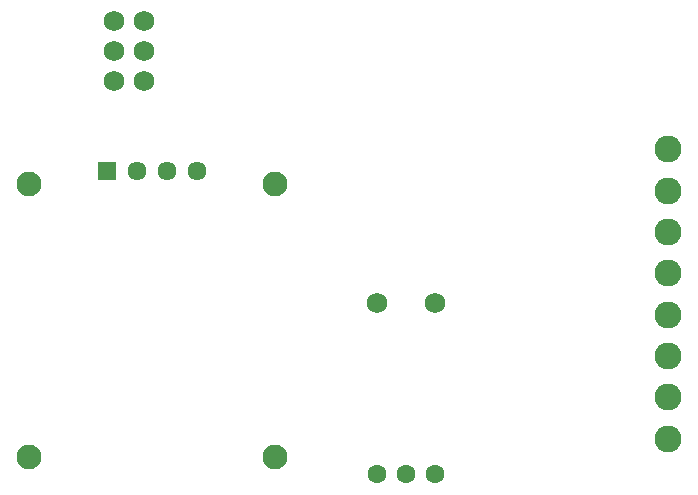
<source format=gbs>
G04 EAGLE Gerber RS-274X export*
G75*
%MOMM*%
%FSLAX34Y34*%
%LPD*%
%INSoldermask Bottom*%
%IPPOS*%
%AMOC8*
5,1,8,0,0,1.08239X$1,22.5*%
G01*
%ADD10C,1.727200*%
%ADD11C,2.286000*%
%ADD12R,1.609600X1.609600*%
%ADD13C,1.609600*%
%ADD14C,2.101600*%
%ADD15C,1.739900*%
%ADD16C,1.600200*%


D10*
X153800Y384600D03*
X128400Y384600D03*
X128400Y359200D03*
X153800Y359200D03*
X153800Y410000D03*
X128400Y410000D03*
D11*
X597700Y161800D03*
X597700Y196800D03*
X597700Y231800D03*
X597700Y266800D03*
X597700Y301800D03*
X597700Y126800D03*
X597700Y91800D03*
X597700Y56800D03*
D12*
X122700Y283600D03*
D13*
X148100Y283600D03*
X173500Y283600D03*
X198900Y283600D03*
D14*
X56660Y272170D03*
X264940Y272170D03*
X264940Y41030D03*
X56660Y41030D03*
D15*
X350908Y171820D03*
X400692Y171820D03*
D16*
X350908Y27040D03*
X375800Y27040D03*
X400692Y27040D03*
M02*

</source>
